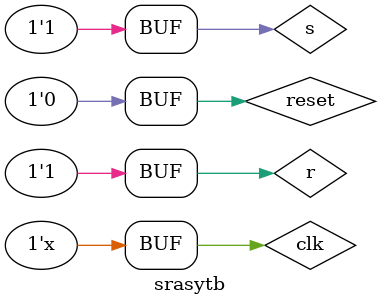
<source format=v>
`timescale 1ns / 1ps


module srasytb;

	// Inputs
	reg clk;
	reg reset;
	reg s;
	reg r;

	// Outputs
	wire q;

	// Instantiate the Unit Under Test (UUT)
	srasy uut (
		.clk(clk), 
		.reset(reset), 
		.s(s), 
		.r(r), 
		.q(q)
	);

	initial begin
	$monitor("clk=%b,reset=%b,s=%b,r=%b,q=%b",clk,reset,s,r,q);
	end

	initial begin
		// Initialize Inputs
		clk = 0;
		reset = 1;

		// Wait 100 ns for global reset to finish
		#100;s=0;r=0;reset=0;
		#100;s=0;r=1;
		#100;s=1;r=0;
		#100;s=1;r=1;
		
        
		// Add stimulus here

	end
	always
	#30 clk=~clk;
      
endmodule


</source>
